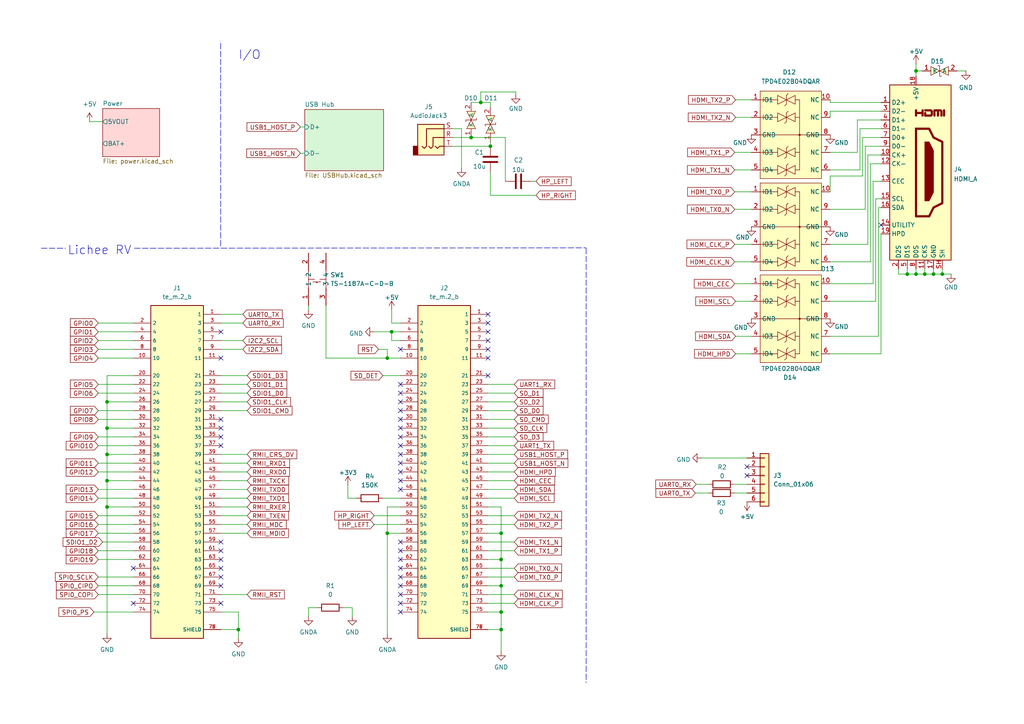
<source format=kicad_sch>
(kicad_sch (version 20211123) (generator eeschema)
  (paper "A4")
  (title_block (title "Lichee RV motherboard") (date "2023-02-27") (rev "0.1") (company "xamuel.xyz") (comment 1 "Designed by: Samuel MG"))
  (lib_symbols
    (symbol "+5V_1" (power) (pin_names (offset 0))
      (property "Value" "+5V_1" (at 0 3.556 0))
      (symbol "+5V_1_1_1"
        (pin power_in line (at 0 0 90) (length 0) hide (name "+5V") (number "1"))
      )
    )
    (symbol "Connector:AudioJack3"
      (property "Reference" "J" (at 0 8.89 0))
      (property "Value" "AudioJack3" (at 0 6.35 0))
      (symbol "AudioJack3_1_1"
        (pin passive line (at 5.08 0 180) (length 2.54) (name "~") (number "R"))
        (pin passive line (at 5.08 2.54 180) (length 2.54) (name "~") (number "S"))
        (pin passive line (at 5.08 -2.54 180) (length 2.54) (name "~") (number "T"))
      )
    )
    (symbol "Connector:HDMI_A"
      (property "Reference" "J" (at -6.35 26.67 0))
      (property "Value" "HDMI_A" (at 10.16 26.67 0))
      (symbol "HDMI_A_1_1"
        (pin passive line (at -10.16 20.32 0) (length 2.54) (name "D2+") (number "1"))
        (pin passive line (at -10.16 5.08 0) (length 2.54) (name "CK+") (number "10"))
        (pin power_in line (at 2.54 -27.94 90) (length 2.54) (name "CKS") (number "11"))
        (pin passive line (at -10.16 2.54 0) (length 2.54) (name "CK-") (number "12"))
        (pin bidirectional line (at -10.16 -2.54 0) (length 2.54) (name "CEC") (number "13"))
        (pin passive line (at -10.16 -15.24 0) (length 2.54) (name "UTILITY") (number "14"))
        (pin passive line (at -10.16 -7.62 0) (length 2.54) (name "SCL") (number "15"))
        (pin bidirectional line (at -10.16 -10.16 0) (length 2.54) (name "SDA") (number "16"))
        (pin power_in line (at 5.08 -27.94 90) (length 2.54) (name "GND") (number "17"))
        (pin power_in line (at 0 27.94 270) (length 2.54) (name "+5V") (number "18"))
        (pin passive line (at -10.16 -17.78 0) (length 2.54) (name "HPD") (number "19"))
        (pin power_in line (at -5.08 -27.94 90) (length 2.54) (name "D2S") (number "2"))
        (pin passive line (at -10.16 17.78 0) (length 2.54) (name "D2-") (number "3"))
        (pin passive line (at -10.16 15.24 0) (length 2.54) (name "D1+") (number "4"))
        (pin power_in line (at -2.54 -27.94 90) (length 2.54) (name "D1S") (number "5"))
        (pin passive line (at -10.16 12.7 0) (length 2.54) (name "D1-") (number "6"))
        (pin passive line (at -10.16 10.16 0) (length 2.54) (name "D0+") (number "7"))
        (pin power_in line (at 0 -27.94 90) (length 2.54) (name "D0S") (number "8"))
        (pin passive line (at -10.16 7.62 0) (length 2.54) (name "D0-") (number "9"))
        (pin passive line (at 7.62 -27.94 90) (length 2.54) (name "SH") (number "SH"))
      )
    )
    (symbol "Connector_Generic:Conn_01x06" (pin_names (offset 1.016) hide)
      (property "Reference" "J" (at 0 7.62 0))
      (property "Value" "Conn_01x06" (at 0 -10.16 0))
      (symbol "Conn_01x06_1_1"
        (pin passive line (at -5.08 5.08 0) (length 3.81) (name "Pin_1") (number "1"))
        (pin passive line (at -5.08 2.54 0) (length 3.81) (name "Pin_2") (number "2"))
        (pin passive line (at -5.08 0 0) (length 3.81) (name "Pin_3") (number "3"))
        (pin passive line (at -5.08 -2.54 0) (length 3.81) (name "Pin_4") (number "4"))
        (pin passive line (at -5.08 -5.08 0) (length 3.81) (name "Pin_5") (number "5"))
        (pin passive line (at -5.08 -7.62 0) (length 3.81) (name "Pin_6") (number "6"))
      )
    )
    (symbol "Device:C" (pin_numbers hide) (pin_names (offset 0.254))
      (property "Reference" "C" (at 0.635 2.54 0))
      (property "Value" "C" (at 0.635 -2.54 0))
      (symbol "C_1_1"
        (pin passive line (at 0 3.81 270) (length 2.794) (name "~") (number "1"))
        (pin passive line (at 0 -3.81 90) (length 2.794) (name "~") (number "2"))
      )
    )
    (symbol "Device:R" (pin_numbers hide) (pin_names (offset 0))
      (property "Reference" "R" (at 2.032 0 90))
      (property "Value" "R" (at 0 0 90))
      (symbol "R_1_1"
        (pin passive line (at 0 3.81 270) (length 1.27) (name "~") (number "1"))
        (pin passive line (at 0 -3.81 90) (length 1.27) (name "~") (number "2"))
      )
    )
    (symbol "GND_1" (power) (pin_names (offset 0))
      (property "Value" "GND_1" (at 0 -3.81 0))
      (symbol "GND_1_1_1"
        (pin power_in line (at 0 0 270) (length 0) hide (name "GND") (number "1"))
      )
    )
    (symbol "GND_2" (power) (pin_names (offset 0))
      (property "Value" "GND_2" (at 0 -3.81 0))
      (symbol "GND_2_1_1"
        (pin power_in line (at 0 0 270) (length 0) hide (name "GND") (number "1"))
      )
    )
    (symbol "GND_3" (power) (pin_names (offset 0))
      (property "Value" "GND_3" (at 0 -3.81 0))
      (symbol "GND_3_1_1"
        (pin power_in line (at 0 0 270) (length 0) hide (name "GND") (number "1"))
      )
    )
    (symbol "GND_4" (power) (pin_names (offset 0))
      (property "Value" "GND_4" (at 0 -3.81 0))
      (symbol "GND_4_1_1"
        (pin power_in line (at 0 0 270) (length 0) hide (name "GND") (number "1"))
      )
    )
    (symbol "lcsc:GBLC08C-LF-T7"
      (property "Reference" "D" (at 0 5.08 0))
      (property "Value" "GBLC08C-LF-T7" (at 0 -5.08 0))
      (symbol "GBLC08C-LF-T7_0_1"
        (pin unspecified line (at -5.08 0 0) (length 2.54) (name "K") (number "1"))
        (pin unspecified line (at 5.08 0 180) (length 2.54) (name "A") (number "2"))
      )
    )
    (symbol "lcsc:TPD4E02B04DQAR"
      (property "Reference" "D" (at 0 15.24 0))
      (property "Value" "TPD4E02B04DQAR" (at 0 -15.24 0))
      (symbol "TPD4E02B04DQAR_0_1"
        (pin unspecified line (at -12.7 10.16 0) (length 2.54) (name "IO1") (number "1"))
        (pin unspecified line (at 10.16 10.16 180) (length 2.54) (name "NC") (number "10"))
        (pin unspecified line (at -12.7 5.08 0) (length 2.54) (name "IO2") (number "2"))
        (pin unspecified line (at -12.7 0 0) (length 2.54) (name "GND") (number "3"))
        (pin unspecified line (at -12.7 -5.08 0) (length 2.54) (name "IO3") (number "4"))
        (pin unspecified line (at -12.7 -10.16 0) (length 2.54) (name "IO4") (number "5"))
        (pin unspecified line (at 10.16 -10.16 180) (length 2.54) (name "NC") (number "6"))
        (pin unspecified line (at 10.16 -5.08 180) (length 2.54) (name "NC") (number "7"))
        (pin unspecified line (at 10.16 0 180) (length 2.54) (name "GND") (number "8"))
        (pin unspecified line (at 10.16 5.08 180) (length 2.54) (name "NC") (number "9"))
      )
    )
    (symbol "lcsc:TS-1187A-C-D-B"
      (property "Reference" "SW" (at 0 7.62 0))
      (property "Value" "TS-1187A-C-D-B" (at 0 -7.62 0))
      (symbol "TS-1187A-C-D-B_0_1"
        (pin unspecified line (at -7.62 2.54 0) (length 5.08) (name "1") (number "1"))
        (pin unspecified line (at 7.62 2.54 180) (length 5.08) (name "2") (number "2"))
        (pin unspecified line (at -7.62 -2.54 0) (length 5.08) (name "3") (number "3"))
        (pin unspecified line (at 7.62 -2.54 180) (length 5.08) (name "4") (number "4"))
      )
    )
    (symbol "power:+3.3V" (power) (pin_names (offset 0))
      (property "Value" "+3.3V" (at 0 3.556 0))
      (symbol "+3.3V_1_1"
        (pin power_in line (at 0 0 90) (length 0) hide (name "+3V3") (number "1"))
      )
    )
    (symbol "power:+5V" (power) (pin_names (offset 0))
      (property "Value" "+5V" (at 0 3.556 0))
      (symbol "+5V_1_1"
        (pin power_in line (at 0 0 90) (length 0) hide (name "+5V") (number "1"))
      )
    )
    (symbol "power:GND" (power) (pin_names (offset 0))
      (property "Value" "GND" (at 0 -3.81 0))
      (symbol "GND_1_1"
        (pin power_in line (at 0 0 270) (length 0) hide (name "GND") (number "1"))
      )
    )
    (symbol "power:GNDA" (power) (pin_names (offset 0))
      (property "Value" "GNDA" (at 0 -3.81 0))
      (symbol "GNDA_1_1"
        (pin power_in line (at 0 0 270) (length 0) hide (name "GNDA") (number "1"))
      )
    )
    (symbol "riklib:te_m.2_b"
      (property "Reference" "J2" (at 0 59.69 0))
      (property "Value" "te_m.2_b" (at 0 57.15 0))
      (symbol "te_m.2_b_0_0"
        (pin passive line (at -12.7 52.07 0) (length 5.08) (name "1") (number "1"))
        (pin passive line (at 12.7 39.37 180) (length 5.08) (name "10") (number "10"))
        (pin passive line (at -12.7 39.37 0) (length 5.08) (name "11") (number "11"))
        (pin passive line (at 12.7 49.53 180) (length 5.08) (name "2") (number "2"))
        (pin passive line (at 12.7 34.29 180) (length 5.08) (name "20") (number "20"))
        (pin passive line (at -12.7 34.29 0) (length 5.08) (name "21") (number "21"))
        (pin passive line (at 12.7 31.75 180) (length 5.08) (name "22") (number "22"))
        (pin passive line (at -12.7 31.75 0) (length 5.08) (name "23") (number "23"))
        (pin passive line (at 12.7 29.21 180) (length 5.08) (name "24") (number "24"))
        (pin passive line (at -12.7 29.21 0) (length 5.08) (name "25") (number "25"))
        (pin passive line (at 12.7 26.67 180) (length 5.08) (name "26") (number "26"))
        (pin passive line (at -12.7 26.67 0) (length 5.08) (name "27") (number "27"))
        (pin passive line (at 12.7 24.13 180) (length 5.08) (name "28") (number "28"))
        (pin passive line (at -12.7 24.13 0) (length 5.08) (name "29") (number "29"))
        (pin passive line (at -12.7 49.53 0) (length 5.08) (name "3") (number "3"))
        (pin passive line (at 12.7 21.59 180) (length 5.08) (name "30") (number "30"))
        (pin passive line (at -12.7 21.59 0) (length 5.08) (name "31") (number "31"))
        (pin passive line (at 12.7 19.05 180) (length 5.08) (name "32") (number "32"))
        (pin passive line (at -12.7 19.05 0) (length 5.08) (name "33") (number "33"))
        (pin passive line (at 12.7 16.51 180) (length 5.08) (name "34") (number "34"))
        (pin passive line (at -12.7 16.51 0) (length 5.08) (name "35") (number "35"))
        (pin passive line (at 12.7 13.97 180) (length 5.08) (name "36") (number "36"))
        (pin passive line (at -12.7 13.97 0) (length 5.08) (name "37") (number "37"))
        (pin passive line (at 12.7 11.43 180) (length 5.08) (name "38") (number "38"))
        (pin passive line (at -12.7 11.43 0) (length 5.08) (name "39") (number "39"))
        (pin passive line (at 12.7 46.99 180) (length 5.08) (name "4") (number "4"))
        (pin passive line (at 12.7 8.89 180) (length 5.08) (name "40") (number "40"))
        (pin passive line (at -12.7 8.89 0) (length 5.08) (name "41") (number "41"))
        (pin passive line (at 12.7 6.35 180) (length 5.08) (name "42") (number "42"))
        (pin passive line (at -12.7 6.35 0) (length 5.08) (name "43") (number "43"))
        (pin passive line (at 12.7 3.81 180) (length 5.08) (name "44") (number "44"))
        (pin passive line (at -12.7 3.81 0) (length 5.08) (name "45") (number "45"))
        (pin passive line (at 12.7 1.27 180) (length 5.08) (name "46") (number "46"))
        (pin passive line (at -12.7 1.27 0) (length 5.08) (name "47") (number "47"))
        (pin passive line (at 12.7 -1.27 180) (length 5.08) (name "48") (number "48"))
        (pin passive line (at -12.7 -1.27 0) (length 5.08) (name "49") (number "49"))
        (pin passive line (at -12.7 46.99 0) (length 5.08) (name "5") (number "5"))
        (pin passive line (at 12.7 -3.81 180) (length 5.08) (name "50") (number "50"))
        (pin passive line (at -12.7 -3.81 0) (length 5.08) (name "51") (number "51"))
        (pin passive line (at 12.7 -6.35 180) (length 5.08) (name "52") (number "52"))
        (pin passive line (at -12.7 -6.35 0) (length 5.08) (name "53") (number "53"))
        (pin passive line (at 12.7 -8.89 180) (length 5.08) (name "54") (number "54"))
        (pin passive line (at -12.7 -8.89 0) (length 5.08) (name "55") (number "55"))
        (pin passive line (at 12.7 -11.43 180) (length 5.08) (name "56") (number "56"))
        (pin passive line (at -12.7 -11.43 0) (length 5.08) (name "57") (number "57"))
        (pin passive line (at 12.7 -13.97 180) (length 5.08) (name "58") (number "58"))
        (pin passive line (at -12.7 -13.97 0) (length 5.08) (name "59") (number "59"))
        (pin passive line (at 12.7 44.45 180) (length 5.08) (name "6") (number "6"))
        (pin passive line (at 12.7 -16.51 180) (length 5.08) (name "60") (number "60"))
        (pin passive line (at -12.7 -16.51 0) (length 5.08) (name "61") (number "61"))
        (pin passive line (at 12.7 -19.05 180) (length 5.08) (name "62") (number "62"))
        (pin passive line (at -12.7 -19.05 0) (length 5.08) (name "63") (number "63"))
        (pin passive line (at 12.7 -21.59 180) (length 5.08) (name "64") (number "64"))
        (pin passive line (at -12.7 -21.59 0) (length 5.08) (name "65") (number "65"))
        (pin passive line (at 12.7 -24.13 180) (length 5.08) (name "66") (number "66"))
        (pin passive line (at -12.7 -24.13 0) (length 5.08) (name "67") (number "67"))
        (pin passive line (at 12.7 -26.67 180) (length 5.08) (name "68") (number "68"))
        (pin passive line (at -12.7 -26.67 0) (length 5.08) (name "69") (number "69"))
        (pin passive line (at -12.7 44.45 0) (length 5.08) (name "7") (number "7"))
        (pin passive line (at 12.7 -29.21 180) (length 5.08) (name "70") (number "70"))
        (pin passive line (at -12.7 -29.21 0) (length 5.08) (name "71") (number "71"))
        (pin passive line (at 12.7 -31.75 180) (length 5.08) (name "72") (number "72"))
        (pin passive line (at -12.7 -31.75 0) (length 5.08) (name "73") (number "73"))
        (pin passive line (at 12.7 -34.29 180) (length 5.08) (name "74") (number "74"))
        (pin passive line (at -12.7 -34.29 0) (length 5.08) (name "75") (number "75"))
        (pin passive line (at -12.7 -39.37 0) (length 5.08) (name "SHIELD") (number "76"))
        (pin passive line (at -12.7 -39.37 0) (length 5.08) (name "SHIELD") (number "77"))
        (pin passive line (at 12.7 41.91 180) (length 5.08) (name "8") (number "8"))
        (pin passive line (at -12.7 41.91 0) (length 5.08) (name "9") (number "9"))
      )
    )
    (symbol "te_m.2_b_1"
      (property "Reference" "J1" (at 0 59.69 0))
      (property "Value" "te_m.2_b" (at 0 57.15 0))
      (symbol "te_m.2_b_1_0_0"
        (pin passive line (at -12.7 52.07 0) (length 5.08) (name "1") (number "1"))
        (pin passive line (at 12.7 39.37 180) (length 5.08) (name "10") (number "10"))
        (pin passive line (at -12.7 39.37 0) (length 5.08) (name "11") (number "11"))
        (pin passive line (at 12.7 49.53 180) (length 5.08) (name "2") (number "2"))
        (pin passive line (at 12.7 34.29 180) (length 5.08) (name "20") (number "20"))
        (pin passive line (at -12.7 34.29 0) (length 5.08) (name "21") (number "21"))
        (pin passive line (at 12.7 31.75 180) (length 5.08) (name "22") (number "22"))
        (pin passive line (at -12.7 31.75 0) (length 5.08) (name "23") (number "23"))
        (pin passive line (at 12.7 29.21 180) (length 5.08) (name "24") (number "24"))
        (pin passive line (at -12.7 29.21 0) (length 5.08) (name "25") (number "25"))
        (pin passive line (at 12.7 26.67 180) (length 5.08) (name "26") (number "26"))
        (pin passive line (at -12.7 26.67 0) (length 5.08) (name "27") (number "27"))
        (pin passive line (at 12.7 24.13 180) (length 5.08) (name "28") (number "28"))
        (pin passive line (at -12.7 24.13 0) (length 5.08) (name "29") (number "29"))
        (pin passive line (at -12.7 49.53 0) (length 5.08) (name "3") (number "3"))
        (pin passive line (at 12.7 21.59 180) (length 5.08) (name "30") (number "30"))
        (pin passive line (at -12.7 21.59 0) (length 5.08) (name "31") (number "31"))
        (pin passive line (at 12.7 19.05 180) (length 5.08) (name "32") (number "32"))
        (pin passive line (at -12.7 19.05 0) (length 5.08) (name "33") (number "33"))
        (pin passive line (at 12.7 16.51 180) (length 5.08) (name "34") (number "34"))
        (pin passive line (at -12.7 16.51 0) (length 5.08) (name "35") (number "35"))
        (pin passive line (at 12.7 13.97 180) (length 5.08) (name "36") (number "36"))
        (pin passive line (at -12.7 13.97 0) (length 5.08) (name "37") (number "37"))
        (pin passive line (at 12.7 11.43 180) (length 5.08) (name "38") (number "38"))
        (pin passive line (at -12.7 11.43 0) (length 5.08) (name "39") (number "39"))
        (pin passive line (at 12.7 46.99 180) (length 5.08) (name "4") (number "4"))
        (pin passive line (at 12.7 8.89 180) (length 5.08) (name "40") (number "40"))
        (pin passive line (at -12.7 8.89 0) (length 5.08) (name "41") (number "41"))
        (pin passive line (at 12.7 6.35 180) (length 5.08) (name "42") (number "42"))
        (pin passive line (at -12.7 6.35 0) (length 5.08) (name "43") (number "43"))
        (pin passive line (at 12.7 3.81 180) (length 5.08) (name "44") (number "44"))
        (pin passive line (at -12.7 3.81 0) (length 5.08) (name "45") (number "45"))
        (pin passive line (at 12.7 1.27 180) (length 5.08) (name "46") (number "46"))
        (pin passive line (at -12.7 1.27 0) (length 5.08) (name "47") (number "47"))
        (pin passive line (at 12.7 -1.27 180) (length 5.08) (name "48") (number "48"))
        (pin passive line (at -12.7 -1.27 0) (length 5.08) (name "49") (number "49"))
        (pin passive line (at -12.7 46.99 0) (length 5.08) (name "5") (number "5"))
        (pin passive line (at 12.7 -3.81 180) (length 5.08) (name "50") (number "50"))
        (pin passive line (at -12.7 -3.81 0) (length 5.08) (name "51") (number "51"))
        (pin passive line (at 12.7 -6.35 180) (length 5.08) (name "52") (number "52"))
        (pin passive line (at -12.7 -6.35 0) (length 5.08) (name "53") (number "53"))
        (pin passive line (at 12.7 -8.89 180) (length 5.08) (name "54") (number "54"))
        (pin passive line (at -12.7 -8.89 0) (length 5.08) (name "55") (number "55"))
        (pin passive line (at 12.7 -11.43 180) (length 5.08) (name "56") (number "56"))
        (pin passive line (at -12.7 -11.43 0) (length 5.08) (name "57") (number "57"))
        (pin passive line (at 12.7 -13.97 180) (length 5.08) (name "58") (number "58"))
        (pin passive line (at -12.7 -13.97 0) (length 5.08) (name "59") (number "59"))
        (pin passive line (at 12.7 44.45 180) (length 5.08) (name "6") (number "6"))
        (pin passive line (at 12.7 -16.51 180) (length 5.08) (name "60") (number "60"))
        (pin passive line (at -12.7 -16.51 0) (length 5.08) (name "61") (number "61"))
        (pin passive line (at 12.7 -19.05 180) (length 5.08) (name "62") (number "62"))
        (pin passive line (at -12.7 -19.05 0) (length 5.08) (name "63") (number "63"))
        (pin passive line (at 12.7 -21.59 180) (length 5.08) (name "64") (number "64"))
        (pin passive line (at -12.7 -21.59 0) (length 5.08) (name "65") (number "65"))
        (pin passive line (at 12.7 -24.13 180) (length 5.08) (name "66") (number "66"))
        (pin passive line (at -12.7 -24.13 0) (length 5.08) (name "67") (number "67"))
        (pin passive line (at 12.7 -26.67 180) (length 5.08) (name "68") (number "68"))
        (pin passive line (at -12.7 -26.67 0) (length 5.08) (name "69") (number "69"))
        (pin passive line (at -12.7 44.45 0) (length 5.08) (name "7") (number "7"))
        (pin passive line (at 12.7 -29.21 180) (length 5.08) (name "70") (number "70"))
        (pin passive line (at -12.7 -29.21 0) (length 5.08) (name "71") (number "71"))
        (pin passive line (at 12.7 -31.75 180) (length 5.08) (name "72") (number "72"))
        (pin passive line (at -12.7 -31.75 0) (length 5.08) (name "73") (number "73"))
        (pin passive line (at 12.7 -34.29 180) (length 5.08) (name "74") (number "74"))
        (pin passive line (at -12.7 -34.29 0) (length 5.08) (name "75") (number "75"))
        (pin passive line (at -12.7 -39.37 0) (length 5.08) (name "SHIELD") (number "76"))
        (pin passive line (at -12.7 -39.37 0) (length 5.08) (name "SHIELD") (number "77"))
        (pin passive line (at 12.7 41.91 180) (length 5.08) (name "8") (number "8"))
        (pin passive line (at -12.7 41.91 0) (length 5.08) (name "9") (number "9"))
      )
    )
  )
  (junction (at 145.35 169.9))
  (junction (at 112.33 154.66))
  (junction (at 145.35 162.28))
  (junction (at 69.15 182.6))
  (junction (at 31.05 124.18))
  (junction (at 142.24 42.418))
  (junction (at 136.652 39.878))
  (junction (at 31.05 131.8))
  (junction (at 265.684 20.574))
  (junction (at 265.684 79.502))
  (junction (at 263.144 79.502))
  (junction (at 145.35 182.6))
  (junction (at 139.446 29.718))
  (junction (at 113.6 96.24))
  (junction (at 145.35 177.52))
  (junction (at 31.05 116.56))
  (junction (at 273.304 79.502))
  (junction (at 31.05 139.42))
  (junction (at 112.33 103.86))
  (junction (at 145.35 154.66))
  (junction (at 31.05 147.04))
  (junction (at 270.764 79.502))
  (junction (at 268.224 79.502))
  (no_connect (at 38.67 164.82))
  (no_connect (at 116.14 124.18))
  (no_connect (at 64.07 159.74))
  (no_connect (at 116.14 162.28))
  (no_connect (at 64.07 157.2))
  (no_connect (at 64.07 129.26))
  (no_connect (at 141.54 108.94))
  (no_connect (at 116.14 111.48))
  (no_connect (at 64.07 174.98))
  (no_connect (at 116.14 172.44))
  (no_connect (at 116.14 157.2))
  (no_connect (at 64.07 126.72))
  (no_connect (at 141.54 96.24))
  (no_connect (at 216.662 135.382))
  (no_connect (at 64.07 167.36))
  (no_connect (at 64.07 124.18))
  (no_connect (at 141.54 91.16))
  (no_connect (at 64.07 121.64))
  (no_connect (at 64.07 103.86))
  (no_connect (at 116.14 159.74))
  (no_connect (at 116.14 119.1))
  (no_connect (at 116.14 131.8))
  (no_connect (at 141.54 103.86))
  (no_connect (at 116.14 121.64))
  (no_connect (at 116.14 169.9))
  (no_connect (at 141.54 98.78))
  (no_connect (at 216.662 137.922))
  (no_connect (at 255.524 65.278))
  (no_connect (at 141.54 101.32))
  (no_connect (at 64.07 96.24))
  (no_connect (at 38.67 174.98))
  (no_connect (at 116.14 164.82))
  (no_connect (at 141.54 93.7))
  (no_connect (at 116.14 116.56))
  (no_connect (at 116.14 174.98))
  (no_connect (at 116.14 141.96))
  (no_connect (at 64.07 162.28))
  (no_connect (at 64.07 164.82))
  (no_connect (at 116.14 129.26))
  (no_connect (at 116.14 136.88))
  (no_connect (at 64.07 169.9))
  (no_connect (at 116.14 177.52))
  (no_connect (at 116.14 114.02))
  (no_connect (at 116.14 139.42))
  (no_connect (at 116.14 167.36))
  (no_connect (at 116.14 101.32))
  (no_connect (at 116.14 134.34))
  (no_connect (at 116.14 126.72))
  (wire (pts (xy 112.33 183.87) (xy 112.33 154.66)))
  (wire (pts (xy 141.54 129.26) (xy 149.16 129.26)))
  (wire (pts (xy 28.51 136.88) (xy 38.67 136.88)))
  (wire (pts (xy 250.19 39.878) (xy 255.524 39.878)))
  (wire (pts (xy 141.54 159.74) (xy 149.16 159.74)))
  (wire (pts (xy 64.07 101.32) (xy 70.42 101.32)))
  (wire (pts (xy 31.05 108.94) (xy 38.67 108.94)))
  (wire (pts (xy 116.14 93.7) (xy 113.6 93.7)))
  (wire (pts (xy 141.54 167.36) (xy 149.16 167.36)))
  (wire (pts (xy 251.714 70.866) (xy 251.714 44.958)))
  (wire (pts (xy 69.15 182.6) (xy 69.15 185.14)))
  (wire (pts (xy 265.684 79.502) (xy 268.224 79.502)))
  (wire (pts (xy 28.51 144.5) (xy 38.67 144.5)))
  (wire (pts (xy 203.454 132.842) (xy 216.662 132.842)))
  (wire (pts (xy 64.07 93.7) (xy 70.42 93.7)))
  (wire (pts (xy 251.714 44.958) (xy 255.524 44.958)))
  (wire (pts (xy 141.54 162.28) (xy 145.35 162.28)))
  (wire (pts (xy 31.05 124.18) (xy 38.67 124.18)))
  (wire (pts (xy 31.05 147.04) (xy 31.05 139.42)))
  (wire (pts (xy 28.51 141.96) (xy 38.67 141.96)))
  (wire (pts (xy 270.764 77.978) (xy 270.764 79.502)))
  (wire (pts (xy 113.6 98.78) (xy 113.6 96.24)))
  (wire (pts (xy 213.106 140.462) (xy 216.662 140.462)))
  (wire (pts (xy 28.51 167.36) (xy 38.67 167.36)))
  (wire (pts (xy 64.07 98.78) (xy 70.42 98.78)))
  (wire (pts (xy 31.05 124.18) (xy 31.05 116.56)))
  (wire (pts (xy 265.684 79.502) (xy 265.684 77.978)))
  (wire (pts (xy 268.224 79.502) (xy 270.764 79.502)))
  (wire (pts (xy 213.106 82.296) (xy 217.932 82.296)))
  (wire (pts (xy 240.792 82.296) (xy 253.238 82.296)))
  (wire (pts (xy 255.524 57.658) (xy 254 57.658)))
  (wire (pts (xy 213.106 143.002) (xy 216.662 143.002)))
  (wire (pts (xy 260.604 79.502) (xy 263.144 79.502)))
  (wire (pts (xy 265.684 20.574) (xy 265.684 22.098)))
  (wire (pts (xy 260.604 79.502) (xy 260.604 77.978)))
  (wire (pts (xy 141.54 182.6) (xy 145.35 182.6)))
  (wire (pts (xy 249.428 49.276) (xy 249.428 37.338)))
  (wire (pts (xy 141.54 111.48) (xy 149.16 111.48)))
  (wire (pts (xy 240.792 29.718) (xy 255.524 29.718)))
  (wire (pts (xy 240.792 60.706) (xy 250.952 60.706)))
  (wire (pts (xy 31.05 131.8) (xy 31.05 124.18)))
  (wire (pts (xy 146.558 39.878) (xy 146.558 52.578)))
  (wire (pts (xy 28.51 172.44) (xy 38.67 172.44)))
  (wire (pts (xy 141.54 141.96) (xy 149.16 141.96)))
  (wire (pts (xy 141.54 152.12) (xy 149.16 152.12)))
  (wire (pts (xy 240.792 55.626) (xy 240.792 51.054)))
  (wire (pts (xy 99.63 176.25) (xy 102.17 176.25)))
  (wire (pts (xy 64.07 116.56) (xy 71.69 116.56)))
  (wire (pts (xy 141.54 134.34) (xy 149.16 134.34)))
  (wire (pts (xy 108.52 149.58) (xy 116.14 149.58)))
  (wire (pts (xy 141.54 116.56) (xy 149.16 116.56)))
  (wire (pts (xy 145.35 177.52) (xy 141.54 177.52)))
  (wire (pts (xy 25.97 35.28) (xy 29.78 35.28)))
  (wire (pts (xy 31.05 116.56) (xy 31.05 108.94)))
  (wire (pts (xy 112.33 154.66) (xy 112.33 147.04)))
  (wire (pts (xy 213.106 55.626) (xy 217.932 55.626)))
  (wire (pts (xy 64.07 141.96) (xy 71.69 141.96)))
  (wire (pts (xy 141.54 149.58) (xy 149.16 149.58)))
  (wire (pts (xy 31.05 183.87) (xy 31.05 147.04)))
  (wire (pts (xy 240.792 29.718) (xy 240.792 28.956)))
  (wire (pts (xy 28.51 149.58) (xy 38.67 149.58)))
  (wire (pts (xy 142.24 29.718) (xy 142.24 30.988)))
  (wire (pts (xy 28.51 114.02) (xy 38.67 114.02)))
  (wire (pts (xy 254.762 97.536) (xy 254.762 60.198)))
  (wire (pts (xy 240.792 32.258) (xy 255.524 32.258)))
  (wire (pts (xy 89.47 176.25) (xy 89.47 178.79)))
  (wire (pts (xy 131.318 39.878) (xy 136.652 39.878)))
  (wire (pts (xy 142.24 50.038) (xy 142.24 56.642)))
  (wire (pts (xy 145.35 169.9) (xy 145.35 177.52)))
  (polyline (pts (xy 64.008 71.374) (xy 64.008 11.938)))
  (wire (pts (xy 111.06 144.5) (xy 116.14 144.5)))
  (wire (pts (xy 64.07 131.8) (xy 71.69 131.8)))
  (wire (pts (xy 64.07 172.44) (xy 71.69 172.44)))
  (wire (pts (xy 28.51 93.7) (xy 38.67 93.7)))
  (wire (pts (xy 31.05 116.56) (xy 38.67 116.56)))
  (wire (pts (xy 141.54 147.04) (xy 145.35 147.04)))
  (polyline (pts (xy 170 72) (xy 170 198)))
  (wire (pts (xy 100.9 140.69) (xy 100.9 144.5)))
  (wire (pts (xy 263.144 79.502) (xy 263.144 77.978)))
  (wire (pts (xy 141.54 121.64) (xy 149.16 121.64)))
  (wire (pts (xy 94.55 103.86) (xy 94.55 88.62)))
  (wire (pts (xy 142.24 56.642) (xy 155.448 56.642)))
  (wire (pts (xy 136.652 39.878) (xy 146.558 39.878)))
  (wire (pts (xy 145.35 182.6) (xy 145.35 177.52)))
  (wire (pts (xy 141.54 164.82) (xy 149.16 164.82)))
  (wire (pts (xy 29.78 157.2) (xy 38.67 157.2)))
  (wire (pts (xy 280.162 20.574) (xy 277.622 20.574)))
  (wire (pts (xy 141.54 126.72) (xy 149.16 126.72)))
  (wire (pts (xy 28.51 159.74) (xy 38.67 159.74)))
  (wire (pts (xy 141.54 139.42) (xy 149.16 139.42)))
  (wire (pts (xy 89.47 88.62) (xy 89.47 89.89)))
  (wire (pts (xy 141.54 119.1) (xy 149.16 119.1)))
  (wire (pts (xy 249.428 37.338) (xy 255.524 37.338)))
  (wire (pts (xy 28.51 121.64) (xy 38.67 121.64)))
  (wire (pts (xy 253.238 82.296) (xy 253.238 52.578)))
  (wire (pts (xy 133.858 37.338) (xy 133.858 48.768)))
  (wire (pts (xy 255.524 102.616) (xy 240.792 102.616)))
  (wire (pts (xy 87.122 44.45) (xy 88.392 44.45)))
  (wire (pts (xy 108.52 96.24) (xy 113.6 96.24)))
  (wire (pts (xy 28.51 96.24) (xy 38.67 96.24)))
  (wire (pts (xy 240.792 70.866) (xy 251.714 70.866)))
  (wire (pts (xy 139.446 29.718) (xy 142.24 29.718)))
  (wire (pts (xy 112.33 154.66) (xy 116.14 154.66)))
  (wire (pts (xy 149.606 26.67) (xy 149.606 27.432)))
  (wire (pts (xy 141.54 172.44) (xy 149.16 172.44)))
  (wire (pts (xy 248.666 44.196) (xy 248.666 34.798)))
  (wire (pts (xy 213.36 87.376) (xy 217.932 87.376)))
  (wire (pts (xy 139.446 29.718) (xy 139.446 26.67)))
  (wire (pts (xy 64.07 154.66) (xy 71.69 154.66)))
  (wire (pts (xy 64.07 177.52) (xy 69.15 177.52)))
  (wire (pts (xy 141.54 114.02) (xy 149.16 114.02)))
  (wire (pts (xy 145.35 162.28) (xy 145.35 169.9)))
  (wire (pts (xy 213.106 75.946) (xy 217.932 75.946)))
  (wire (pts (xy 265.684 18.542) (xy 265.684 20.574)))
  (wire (pts (xy 267.462 20.574) (xy 265.684 20.574)))
  (wire (pts (xy 141.54 144.5) (xy 149.16 144.5)))
  (wire (pts (xy 252.476 47.498) (xy 252.476 75.946)))
  (wire (pts (xy 28.51 101.32) (xy 38.67 101.32)))
  (wire (pts (xy 213.36 102.616) (xy 217.932 102.616)))
  (wire (pts (xy 213.106 70.866) (xy 217.932 70.866)))
  (wire (pts (xy 31.05 131.8) (xy 38.67 131.8)))
  (wire (pts (xy 64.07 139.42) (xy 71.69 139.42)))
  (wire (pts (xy 64.07 149.58) (xy 71.69 149.58)))
  (wire (pts (xy 273.304 79.502) (xy 275.844 79.502)))
  (wire (pts (xy 64.07 108.94) (xy 71.69 108.94)))
  (wire (pts (xy 240.792 32.258) (xy 240.792 34.036)))
  (wire (pts (xy 213.36 28.956) (xy 217.932 28.956)))
  (wire (pts (xy 116.14 98.78) (xy 113.6 98.78)))
  (wire (pts (xy 64.07 182.6) (xy 69.15 182.6)))
  (wire (pts (xy 141.54 124.18) (xy 149.16 124.18)))
  (wire (pts (xy 250.952 42.418) (xy 255.524 42.418)))
  (wire (pts (xy 250.952 60.706) (xy 250.952 42.418)))
  (wire (pts (xy 64.07 134.34) (xy 71.69 134.34)))
  (wire (pts (xy 254 87.376) (xy 240.792 87.376)))
  (wire (pts (xy 141.54 154.66) (xy 145.35 154.66)))
  (wire (pts (xy 248.666 34.798) (xy 255.524 34.798)))
  (wire (pts (xy 201.93 140.462) (xy 205.486 140.462)))
  (wire (pts (xy 113.6 93.7) (xy 113.6 89.89)))
  (wire (pts (xy 64.07 111.48) (xy 71.69 111.48)))
  (wire (pts (xy 113.6 96.24) (xy 116.14 96.24)))
  (wire (pts (xy 28.51 152.12) (xy 38.67 152.12)))
  (wire (pts (xy 102.17 178.79) (xy 102.17 176.25)))
  (wire (pts (xy 64.07 147.04) (xy 71.69 147.04)))
  (wire (pts (xy 141.54 131.8) (xy 149.16 131.8)))
  (wire (pts (xy 154.178 52.578) (xy 155.448 52.578)))
  (polyline (pts (xy 12 72) (xy 19 72)))
  (wire (pts (xy 64.07 144.5) (xy 71.69 144.5)))
  (wire (pts (xy 139.446 26.67) (xy 149.606 26.67)))
  (wire (pts (xy 141.54 174.98) (xy 149.16 174.98)))
  (wire (pts (xy 28.51 162.28) (xy 38.67 162.28)))
  (wire (pts (xy 240.792 97.536) (xy 254.762 97.536)))
  (wire (pts (xy 87.122 36.83) (xy 88.392 36.83)))
  (wire (pts (xy 28.51 103.86) (xy 38.67 103.86)))
  (wire (pts (xy 268.224 79.502) (xy 268.224 77.978)))
  (wire (pts (xy 27.24 177.52) (xy 38.67 177.52)))
  (wire (pts (xy 141.54 136.88) (xy 149.16 136.88)))
  (wire (pts (xy 240.792 49.276) (xy 249.428 49.276)))
  (wire (pts (xy 28.51 154.66) (xy 38.67 154.66)))
  (wire (pts (xy 131.318 42.418) (xy 142.24 42.418)))
  (wire (pts (xy 136.652 29.718) (xy 139.446 29.718)))
  (wire (pts (xy 142.24 41.148) (xy 142.24 42.418)))
  (wire (pts (xy 112.33 147.04) (xy 116.14 147.04)))
  (wire (pts (xy 201.676 143.002) (xy 205.486 143.002)))
  (wire (pts (xy 145.35 147.04) (xy 145.35 154.66)))
  (wire (pts (xy 31.05 139.42) (xy 38.67 139.42)))
  (wire (pts (xy 28.51 126.72) (xy 38.67 126.72)))
  (wire (pts (xy 64.07 136.88) (xy 71.69 136.88)))
  (wire (pts (xy 240.792 44.196) (xy 248.666 44.196)))
  (wire (pts (xy 145.35 188.95) (xy 145.35 182.6)))
  (wire (pts (xy 255.524 47.498) (xy 252.476 47.498)))
  (wire (pts (xy 270.764 79.502) (xy 273.304 79.502)))
  (wire (pts (xy 28.51 129.26) (xy 38.67 129.26)))
  (wire (pts (xy 112.33 101.32) (xy 112.33 103.86)))
  (wire (pts (xy 141.54 169.9) (xy 145.35 169.9)))
  (wire (pts (xy 253.238 52.578) (xy 255.524 52.578)))
  (wire (pts (xy 145.35 154.66) (xy 145.35 162.28)))
  (wire (pts (xy 263.144 79.502) (xy 265.684 79.502)))
  (polyline (pts (xy 39 72) (xy 169.926 71.882)))
  (wire (pts (xy 141.54 157.2) (xy 149.16 157.2)))
  (wire (pts (xy 28.51 98.78) (xy 38.67 98.78)))
  (wire (pts (xy 255.524 67.818) (xy 255.524 102.616)))
  (wire (pts (xy 254 57.658) (xy 254 87.376)))
  (wire (pts (xy 213.106 49.276) (xy 217.932 49.276)))
  (wire (pts (xy 64.07 152.12) (xy 71.69 152.12)))
  (wire (pts (xy 250.19 51.054) (xy 250.19 39.878)))
  (wire (pts (xy 100.9 144.5) (xy 103.44 144.5)))
  (wire (pts (xy 94.55 103.86) (xy 112.33 103.86)))
  (wire (pts (xy 28.51 111.48) (xy 38.67 111.48)))
  (wire (pts (xy 213.106 44.196) (xy 217.932 44.196)))
  (wire (pts (xy 273.304 77.978) (xy 273.304 79.502)))
  (wire (pts (xy 112.33 103.86) (xy 116.14 103.86)))
  (wire (pts (xy 240.792 75.946) (xy 252.476 75.946)))
  (wire (pts (xy 64.07 114.02) (xy 71.69 114.02)))
  (wire (pts (xy 92.01 176.25) (xy 89.47 176.25)))
  (wire (pts (xy 240.792 51.054) (xy 250.19 51.054)))
  (wire (pts (xy 131.318 37.338) (xy 133.858 37.338)))
  (wire (pts (xy 64.07 119.1) (xy 71.69 119.1)))
  (wire (pts (xy 213.106 60.706) (xy 217.932 60.706)))
  (wire (pts (xy 28.51 169.9) (xy 38.67 169.9)))
  (wire (pts (xy 31.05 139.42) (xy 31.05 131.8)))
  (wire (pts (xy 31.05 147.04) (xy 38.67 147.04)))
  (wire (pts (xy 111.06 108.94) (xy 116.14 108.94)))
  (wire (pts (xy 213.36 34.036) (xy 217.932 34.036)))
  (wire (pts (xy 254.762 60.198) (xy 255.524 60.198)))
  (wire (pts (xy 108.52 152.12) (xy 116.14 152.12)))
  (wire (pts (xy 64.07 91.16) (xy 70.42 91.16)))
  (wire (pts (xy 69.15 177.52) (xy 69.15 182.6)))
  (wire (pts (xy 213.36 97.536) (xy 217.932 97.536)))
  (wire (pts (xy 28.51 134.34) (xy 38.67 134.34)))
  (wire (pts (xy 28.51 119.1) (xy 38.67 119.1)))
  (wire (pts (xy 109.79 101.32) (xy 112.33 101.32)))
  (text "Lichee RV" (at 19.558 74.168 0) (effects (font (size 2.5 2.5)) (justify left bottom)))
  (text "I/O" (at 69.088 17.526 0) (effects (font (size 2.5 2.5)) (justify left bottom)))
  (global_label "SDIO1_D0" (shape input) (at 71.69 114.02 0) (property "Intersheet References" "${INTERSHEET_REFS}" (effects hide)))
  (global_label "HDMI_HPD" (shape input) (at 149.16 136.88 0) (property "Intersheet References" "${INTERSHEET_REFS}" (effects hide)))
  (global_label "GPIO13" (shape input) (at 28.51 141.96 180) (property "Intersheet References" "${INTERSHEET_REFS}" (effects hide)))
  (global_label "SD_CMD" (shape input) (at 149.16 121.64 0) (property "Intersheet References" "${INTERSHEET_REFS}" (effects hide)))
  (global_label "USB1_HOST_P" (shape input) (at 87.122 36.83 180) (property "Intersheet References" "${INTERSHEET_REFS}" (effects hide)))
  (global_label "SPI0_CIPO" (shape input) (at 28.51 169.9 180) (property "Intersheet References" "${INTERSHEET_REFS}" (effects hide)))
  (global_label "GPIO14" (shape input) (at 28.51 144.5 180) (property "Intersheet References" "${INTERSHEET_REFS}" (effects hide)))
  (global_label "RMII_TXEN" (shape input) (at 71.69 149.58 0) (property "Intersheet References" "${INTERSHEET_REFS}" (effects hide)))
  (global_label "HDMI_TX1_P" (shape input) (at 149.16 159.74 0) (property "Intersheet References" "${INTERSHEET_REFS}" (effects hide)))
  (global_label "GPIO0" (shape input) (at 28.51 93.7 180) (property "Intersheet References" "${INTERSHEET_REFS}" (effects hide)))
  (global_label "SD_D3" (shape input) (at 149.16 126.72 0) (property "Intersheet References" "${INTERSHEET_REFS}" (effects hide)))
  (global_label "SDIO1_D1" (shape input) (at 71.69 111.48 0) (property "Intersheet References" "${INTERSHEET_REFS}" (effects hide)))
  (global_label "GPIO15" (shape input) (at 28.51 149.58 180) (property "Intersheet References" "${INTERSHEET_REFS}" (effects hide)))
  (global_label "RMII_TXD1" (shape input) (at 71.69 144.5 0) (property "Intersheet References" "${INTERSHEET_REFS}" (effects hide)))
  (global_label "GPIO3" (shape input) (at 28.51 101.32 180) (property "Intersheet References" "${INTERSHEET_REFS}" (effects hide)))
  (global_label "RMII_RXER" (shape input) (at 71.69 147.04 0) (property "Intersheet References" "${INTERSHEET_REFS}" (effects hide)))
  (global_label "GPIO11" (shape input) (at 28.51 134.34 180) (property "Intersheet References" "${INTERSHEET_REFS}" (effects hide)))
  (global_label "HP_RIGHT" (shape input) (at 155.448 56.642 0) (property "Intersheet References" "${INTERSHEET_REFS}" (effects hide)))
  (global_label "SD_DET" (shape input) (at 111.06 108.94 180) (property "Intersheet References" "${INTERSHEET_REFS}" (effects hide)))
  (global_label "HDMI_CEC" (shape input) (at 149.16 139.42 0) (property "Intersheet References" "${INTERSHEET_REFS}" (effects hide)))
  (global_label "HDMI_TX0_P" (shape input) (at 149.16 167.36 0) (property "Intersheet References" "${INTERSHEET_REFS}" (effects hide)))
  (global_label "HDMI_TX2_N" (shape input) (at 213.36 34.036 180) (property "Intersheet References" "${INTERSHEET_REFS}" (effects hide)))
  (global_label "GPIO10" (shape input) (at 28.51 129.26 180) (property "Intersheet References" "${INTERSHEET_REFS}" (effects hide)))
  (global_label "GPIO6" (shape input) (at 28.51 114.02 180) (property "Intersheet References" "${INTERSHEET_REFS}" (effects hide)))
  (global_label "HDMI_TX1_N" (shape input) (at 149.16 157.2 0) (property "Intersheet References" "${INTERSHEET_REFS}" (effects hide)))
  (global_label "HDMI_CLK_N" (shape input) (at 149.16 172.44 0) (property "Intersheet References" "${INTERSHEET_REFS}" (effects hide)))
  (global_label "SDIO1_D2" (shape input) (at 29.78 157.2 180) (property "Intersheet References" "${INTERSHEET_REFS}" (effects hide)))
  (global_label "GPIO17" (shape input) (at 28.51 154.66 180) (property "Intersheet References" "${INTERSHEET_REFS}" (effects hide)))
  (global_label "HP_LEFT" (shape input) (at 155.448 52.578 0) (property "Intersheet References" "${INTERSHEET_REFS}" (effects hide)))
  (global_label "HDMI_TX1_P" (shape input) (at 213.106 44.196 180) (property "Intersheet References" "${INTERSHEET_REFS}" (effects hide)))
  (global_label "GPIO2" (shape input) (at 28.51 98.78 180) (property "Intersheet References" "${INTERSHEET_REFS}" (effects hide)))
  (global_label "SD_D2" (shape input) (at 149.16 116.56 0) (property "Intersheet References" "${INTERSHEET_REFS}" (effects hide)))
  (global_label "RMII_CRS_DV" (shape input) (at 71.69 131.8 0) (property "Intersheet References" "${INTERSHEET_REFS}" (effects hide)))
  (global_label "UART0_RX" (shape input) (at 201.93 140.462 180) (property "Intersheet References" "${INTERSHEET_REFS}" (effects hide)))
  (global_label "HDMI_SDA" (shape input) (at 149.16 141.96 0) (property "Intersheet References" "${INTERSHEET_REFS}" (effects hide)))
  (global_label "HDMI_TX0_N" (shape input) (at 149.16 164.82 0) (property "Intersheet References" "${INTERSHEET_REFS}" (effects hide)))
  (global_label "UART0_TX" (shape input) (at 70.42 91.16 0) (property "Intersheet References" "${INTERSHEET_REFS}" (effects hide)))
  (global_label "USB1_HOST_N" (shape input) (at 87.122 44.45 180) (property "Intersheet References" "${INTERSHEET_REFS}" (effects hide)))
  (global_label "I2C2_SCL" (shape input) (at 70.42 98.78 0) (property "Intersheet References" "${INTERSHEET_REFS}" (effects hide)))
  (global_label "GPIO1" (shape input) (at 28.51 96.24 180) (property "Intersheet References" "${INTERSHEET_REFS}" (effects hide)))
  (global_label "HP_RIGHT" (shape input) (at 108.52 149.58 180) (property "Intersheet References" "${INTERSHEET_REFS}" (effects hide)))
  (global_label "USB1_HOST_P" (shape input) (at 149.16 131.8 0) (property "Intersheet References" "${INTERSHEET_REFS}" (effects hide)))
  (global_label "HP_LEFT" (shape input) (at 108.52 152.12 180) (property "Intersheet References" "${INTERSHEET_REFS}" (effects hide)))
  (global_label "GPIO19" (shape input) (at 28.51 162.28 180) (property "Intersheet References" "${INTERSHEET_REFS}" (effects hide)))
  (global_label "GPIO18" (shape input) (at 28.51 159.74 180) (property "Intersheet References" "${INTERSHEET_REFS}" (effects hide)))
  (global_label "SDIO1_CLK" (shape input) (at 71.69 116.56 0) (property "Intersheet References" "${INTERSHEET_REFS}" (effects hide)))
  (global_label "HDMI_CLK_P" (shape input) (at 213.106 70.866 180) (property "Intersheet References" "${INTERSHEET_REFS}" (effects hide)))
  (global_label "RMII_TXCK" (shape input) (at 71.69 139.42 0) (property "Intersheet References" "${INTERSHEET_REFS}" (effects hide)))
  (global_label "GPIO16" (shape input) (at 28.51 152.12 180) (property "Intersheet References" "${INTERSHEET_REFS}" (effects hide)))
  (global_label "UART0_TX" (shape input) (at 201.676 143.002 180) (property "Intersheet References" "${INTERSHEET_REFS}" (effects hide)))
  (global_label "USB1_HOST_N" (shape input) (at 149.16 134.34 0) (property "Intersheet References" "${INTERSHEET_REFS}" (effects hide)))
  (global_label "SD_D1" (shape input) (at 149.16 114.02 0) (property "Intersheet References" "${INTERSHEET_REFS}" (effects hide)))
  (global_label "HDMI_TX2_P" (shape input) (at 149.16 152.12 0) (property "Intersheet References" "${INTERSHEET_REFS}" (effects hide)))
  (global_label "RMII_RST" (shape input) (at 71.69 172.44 0) (property "Intersheet References" "${INTERSHEET_REFS}" (effects hide)))
  (global_label "SDIO1_CMD" (shape input) (at 71.69 119.1 0) (property "Intersheet References" "${INTERSHEET_REFS}" (effects hide)))
  (global_label "RMII_MDIO" (shape input) (at 71.69 154.66 0) (property "Intersheet References" "${INTERSHEET_REFS}" (effects hide)))
  (global_label "HDMI_TX2_N" (shape input) (at 149.16 149.58 0) (property "Intersheet References" "${INTERSHEET_REFS}" (effects hide)))
  (global_label "HDMI_TX1_N" (shape input) (at 213.106 49.276 180) (property "Intersheet References" "${INTERSHEET_REFS}" (effects hide)))
  (global_label "GPIO9" (shape input) (at 28.51 126.72 180) (property "Intersheet References" "${INTERSHEET_REFS}" (effects hide)))
  (global_label "HDMI_CLK_P" (shape input) (at 149.16 174.98 0) (property "Intersheet References" "${INTERSHEET_REFS}" (effects hide)))
  (global_label "SD_CLK" (shape input) (at 149.16 124.18 0) (property "Intersheet References" "${INTERSHEET_REFS}" (effects hide)))
  (global_label "HDMI_HPD" (shape input) (at 213.36 102.616 180) (property "Intersheet References" "${INTERSHEET_REFS}" (effects hide)))
  (global_label "GPIO4" (shape input) (at 28.51 103.86 180) (property "Intersheet References" "${INTERSHEET_REFS}" (effects hide)))
  (global_label "RST" (shape input) (at 109.79 101.32 180) (property "Intersheet References" "${INTERSHEET_REFS}" (effects hide)))
  (global_label "GPIO8" (shape input) (at 28.51 121.64 180) (property "Intersheet References" "${INTERSHEET_REFS}" (effects hide)))
  (global_label "I2C2_SDA" (shape input) (at 70.42 101.32 0) (property "Intersheet References" "${INTERSHEET_REFS}" (effects hide)))
  (global_label "UART1_RX" (shape input) (at 149.16 111.48 0) (property "Intersheet References" "${INTERSHEET_REFS}" (effects hide)))
  (global_label "UART1_TX" (shape input) (at 149.16 129.26 0) (property "Intersheet References" "${INTERSHEET_REFS}" (effects hide)))
  (global_label "GPIO5" (shape input) (at 28.51 111.48 180) (property "Intersheet References" "${INTERSHEET_REFS}" (effects hide)))
  (global_label "RMII_RXD0" (shape input) (at 71.69 136.88 0) (property "Intersheet References" "${INTERSHEET_REFS}" (effects hide)))
  (global_label "HDMI_TX2_P" (shape input) (at 213.36 28.956 180) (property "Intersheet References" "${INTERSHEET_REFS}" (effects hide)))
  (global_label "SPI0_PS" (shape input) (at 27.24 177.52 180) (property "Intersheet References" "${INTERSHEET_REFS}" (effects hide)))
  (global_label "GPIO7" (shape input) (at 28.51 119.1 180) (property "Intersheet References" "${INTERSHEET_REFS}" (effects hide)))
  (global_label "HDMI_TX0_N" (shape input) (at 213.106 60.706 180) (property "Intersheet References" "${INTERSHEET_REFS}" (effects hide)))
  (global_label "HDMI_CEC" (shape input) (at 213.106 82.296 180) (property "Intersheet References" "${INTERSHEET_REFS}" (effects hide)))
  (global_label "RMII_RXD1" (shape input) (at 71.69 134.34 0) (property "Intersheet References" "${INTERSHEET_REFS}" (effects hide)))
  (global_label "HDMI_SCL" (shape input) (at 149.16 144.5 0) (property "Intersheet References" "${INTERSHEET_REFS}" (effects hide)))
  (global_label "UART0_RX" (shape input) (at 70.42 93.7 0) (property "Intersheet References" "${INTERSHEET_REFS}" (effects hide)))
  (global_label "GPIO12" (shape input) (at 28.51 136.88 180) (property "Intersheet References" "${INTERSHEET_REFS}" (effects hide)))
  (global_label "SPI0_SCLK" (shape input) (at 28.51 167.36 180) (property "Intersheet References" "${INTERSHEET_REFS}" (effects hide)))
  (global_label "HDMI_CLK_N" (shape input) (at 213.106 75.946 180) (property "Intersheet References" "${INTERSHEET_REFS}" (effects hide)))
  (global_label "SD_D0" (shape input) (at 149.16 119.1 0) (property "Intersheet References" "${INTERSHEET_REFS}" (effects hide)))
  (global_label "HDMI_SDA" (shape input) (at 213.36 97.536 180) (property "Intersheet References" "${INTERSHEET_REFS}" (effects hide)))
  (global_label "RMII_TXD0" (shape input) (at 71.69 141.96 0) (property "Intersheet References" "${INTERSHEET_REFS}" (effects hide)))
  (global_label "SDIO1_D3" (shape input) (at 71.69 108.94 0) (property "Intersheet References" "${INTERSHEET_REFS}" (effects hide)))
  (global_label "RMII_MDC" (shape input) (at 71.69 152.12 0) (property "Intersheet References" "${INTERSHEET_REFS}" (effects hide)))
  (global_label "HDMI_TX0_P" (shape input) (at 213.106 55.626 180) (property "Intersheet References" "${INTERSHEET_REFS}" (effects hide)))
  (global_label "SPI0_COPI" (shape input) (at 28.51 172.44 180) (property "Intersheet References" "${INTERSHEET_REFS}" (effects hide)))
  (global_label "HDMI_SCL" (shape input) (at 213.36 87.376 180) (property "Intersheet References" "${INTERSHEET_REFS}" (effects hide)))
  (symbol (lib_id "lcsc:TPD4E02B04DQAR") (at 230.632 65.786 0) (unit 1)
    (property "Reference" "D13" (at 240.03 77.978 0))
    (property "Value" "TPD4E02B04DQAR" (effects hide))
    (property "Footprint" "easyeda2kicad:USON-10_L2.5-W1.0-P0.50-BL" (effects hide))
    (property "Datasheet" "https://lcsc.com/product-detail/Others_Texas-Instruments_TPD4E02B04DQAR_Texas-Instruments-TI-TPD4E02B04DQAR_C106794.html" (effects hide))
    (property "Manufacturer" "TI(德州仪器)" (effects hide))
    (property "LCSC Part" "C106794" (effects hide))
    (property "JLC Part" "Extended Part" (effects hide))
  )
  (symbol (lib_name "te_m.2_b_1") (lib_id "riklib:te_m.2_b") (at 51.37 143.23 0) (mirror y) (unit 1)
    (property "Reference" "J1" (at 51.37 83.54 0))
    (property "Value" "te_m.2_b" (at 51.37 86.08 0))
    (property "Footprint" "easyeda2kicad:CONN-SMD_AS0BC21-S30BB-7H" (effects hide))
    (property "JLC" "C2761526" (effects hide))
    (property "LCSC" "C2761526" (effects hide))
  )
  (symbol (lib_id "Device:R") (at 209.296 143.002 90) (unit 1)
    (property "Reference" "R3" (at 209.194 145.926 90))
    (property "Value" "0" (at 209.194 148.466 90))
    (property "Footprint" "Resistor_SMD:R_0603_1608Metric" (effects hide))
  )
  (symbol (lib_id "lcsc:GBLC08C-LF-T7") (at 272.542 20.574 0) (unit 1)
    (property "Reference" "D15" (at 273.812 17.78 0) (effects (justify right)))
    (property "Value" "GBLC08C-LF-T7" (effects hide))
    (property "Footprint" "easyeda2kicad:SOD-323_L1.8-W1.3-LS2.5-BI" (effects hide))
    (property "Datasheet" "https://lcsc.com/product-detail/Others_ProTek-Devices-GBLC08C-LF-T7_C282422.html" (effects hide))
    (property "Manufacturer" "PROTEK" (effects hide))
    (property "LCSC Part" "C282422" (effects hide))
    (property "JLC Part" "Extended Part" (effects hide))
  )
  (symbol (lib_id "power:GND") (at 145.35 188.95 0) (unit 1)
    (property "Reference" "#PWR0116" (effects hide))
    (property "Value" "GND" (at 145.35 193.5125 0))
  )
  (symbol (lib_id "power:GNDA") (at 112.33 183.87 0) (unit 1)
    (property "Reference" "#PWR0113" (effects hide))
    (property "Value" "GNDA" (at 112.33 188.4325 0))
  )
  (symbol (lib_id "lcsc:GBLC08C-LF-T7") (at 142.24 36.068 90) (unit 1)
    (property "Reference" "D11" (at 140.462 28.448 90) (effects (justify right)))
    (property "Value" "GBLC08C-LF-T7" (effects hide))
    (property "Footprint" "easyeda2kicad:SOD-323_L1.8-W1.3-LS2.5-BI" (effects hide))
    (property "Datasheet" "https://lcsc.com/product-detail/Others_ProTek-Devices-GBLC08C-LF-T7_C282422.html" (effects hide))
    (property "Manufacturer" "PROTEK" (effects hide))
    (property "LCSC Part" "C282422" (effects hide))
    (property "JLC Part" "Extended Part" (effects hide))
  )
  (symbol (lib_id "power:GND") (at 31.05 183.87 0) (unit 1)
    (property "Reference" "#PWR0110" (effects hide))
    (property "Value" "GND" (at 31.05 188.4325 0))
  )
  (symbol (lib_id "power:GND") (at 203.454 132.842 270) (unit 1)
    (property "Reference" "#PWR0101" (effects hide))
    (property "Value" "GND" (at 200.2791 133.321 90) (effects (justify right)))
  )
  (symbol (lib_id "power:+5V") (at 265.684 18.542 0) (unit 1)
    (property "Reference" "#PWR04" (effects hide))
    (property "Value" "+5V" (at 265.684 14.9375 0))
  )
  (symbol (lib_name "GND_2") (lib_id "power:GND") (at 217.932 39.116 0) (unit 1)
    (property "Reference" "#PWR014" (effects hide))
    (property "Value" "GND" (at 214.63 41.402 0))
  )
  (symbol (lib_name "GND_4") (lib_id "power:GND") (at 280.162 20.574 0) (unit 1)
    (property "Reference" "#PWR020" (effects hide))
    (property "Value" "GND" (at 280.162 25.4 0))
  )
  (symbol (lib_id "power:GND") (at 108.52 96.24 270) (unit 1)
    (property "Reference" "#PWR0108" (effects hide))
    (property "Value" "GND" (at 105.3451 96.719 90) (effects (justify right)))
  )
  (symbol (lib_id "Connector:AudioJack3") (at 126.238 39.878 0) (unit 1)
    (property "Reference" "J5" (at 124.333 30.988 0))
    (property "Value" "AudioJack3" (at 124.333 33.528 0))
    (property "Footprint" "easyeda2kicad:AUDIO-TH_PJ313D" (effects hide))
    (property "JLC" "C18167" (effects hide))
    (property "LCSC" "C18167" (effects hide))
  )
  (symbol (lib_name "GND_2") (lib_id "power:GND") (at 217.932 65.786 0) (unit 1)
    (property "Reference" "#PWR015" (effects hide))
    (property "Value" "GND" (at 215.392 68.834 0))
  )
  (symbol (lib_id "riklib:te_m.2_b") (at 128.84 143.23 0) (mirror y) (unit 1)
    (property "Reference" "J2" (at 128.84 83.54 0))
    (property "Value" "te_m.2_b" (at 128.84 86.08 0))
    (property "Footprint" "easyeda2kicad:CONN-SMD_AS0BC21-S30BB-7H" (effects hide))
    (property "Datasheet" "https://www.lcsc.com/product-detail/Card-Edge-Connectors_FOXCONN-AS0BC21-S40BB-7H_C2761526.html" (effects hide))
    (property "JLC" "C2761526" (effects hide))
    (property "LCSC" "C2761526" (effects hide))
  )
  (symbol (lib_id "power:GND") (at 275.844 79.502 0) (unit 1)
    (property "Reference" "#PWR05" (effects hide))
    (property "Value" "GND" (at 277.876 83.312 0) (effects (justify right)))
  )
  (symbol (lib_name "GND_3") (lib_id "power:GND") (at 240.792 39.116 0) (unit 1)
    (property "Reference" "#PWR017" (effects hide))
    (property "Value" "GND" (at 244.094 41.402 0))
  )
  (symbol (lib_id "Connector:HDMI_A") (at 265.684 50.038 0) (unit 1)
    (property "Reference" "J4" (at 276.606 49.1295 0) (effects (justify left)))
    (property "Value" "HDMI_A" (at 276.606 51.9046 0) (effects (justify left)))
    (property "Footprint" "easyeda2kicad:HDMI-SMD_HDMI-001S" (effects hide))
    (property "Datasheet" "https://en.wikipedia.org/wiki/HDMI" (effects hide))
    (property "JLC" "C720616" (effects hide))
    (property "LCSC" "C720616" (effects hide))
  )
  (symbol (lib_id "Device:R") (at 107.25 144.5 90) (unit 1)
    (property "Reference" "R4" (at 107.25 138.15 90))
    (property "Value" "150K" (at 107.25 140.69 90))
    (property "Footprint" "Resistor_SMD:R_0603_1608Metric" (effects hide))
    (property "JLC" "C22807" (effects hide))
    (property "LCSC" "C22807" (effects hide))
  )
  (symbol (lib_name "+5V_1") (lib_id "power:+5V") (at 25.97 35.28 0) (unit 1)
    (property "Reference" "#PWR03" (effects hide))
    (property "Value" "+5V" (at 25.97 30.2 0))
  )
  (symbol (lib_id "power:GNDA") (at 89.47 178.79 0) (unit 1)
    (property "Reference" "#PWR0117" (effects hide))
    (property "Value" "GNDA" (at 89.47 183.3525 0))
  )
  (symbol (lib_id "lcsc:TPD4E02B04DQAR") (at 230.632 92.456 0) (unit 1)
    (property "Reference" "D14" (at 229.108 109.474 0))
    (property "Value" "TPD4E02B04DQAR" (at 229.362 106.934 0))
    (property "Footprint" "easyeda2kicad:USON-10_L2.5-W1.0-P0.50-BL" (effects hide))
    (property "Datasheet" "https://lcsc.com/product-detail/Others_Texas-Instruments_TPD4E02B04DQAR_Texas-Instruments-TI-TPD4E02B04DQAR_C106794.html" (effects hide))
    (property "Manufacturer" "TI(德州仪器)" (effects hide))
    (property "LCSC Part" "C106794" (effects hide))
    (property "JLC Part" "Extended Part" (effects hide))
  )
  (symbol (lib_id "power:+5V") (at 113.6 89.89 0) (unit 1)
    (property "Reference" "#PWR0114" (effects hide))
    (property "Value" "+5V" (at 113.6 86.2855 0))
  )
  (symbol (lib_name "GND_3") (lib_id "power:GND") (at 240.792 92.456 0) (unit 1)
    (property "Reference" "#PWR019" (effects hide))
    (property "Value" "GND" (at 244.094 94.742 0))
  )
  (symbol (lib_id "power:+3.3V") (at 100.9 140.69 0) (unit 1)
    (property "Reference" "#PWR0112" (effects hide))
    (property "Value" "+3.3V" (at 100.9 137.0855 0))
  )
  (symbol (lib_name "GND_2") (lib_id "power:GND") (at 217.932 92.456 0) (unit 1)
    (property "Reference" "#PWR016" (effects hide))
    (property "Value" "GND" (at 214.884 94.996 0))
  )
  (symbol (lib_name "GND_3") (lib_id "power:GND") (at 240.792 65.786 0) (unit 1)
    (property "Reference" "#PWR018" (effects hide))
    (property "Value" "GND" (at 244.094 68.072 0))
  )
  (symbol (lib_id "Device:C") (at 142.24 46.228 0) (unit 1)
    (property "Reference" "C1" (at 137.668 44.196 0) (effects (justify left)))
    (property "Value" "10u" (at 137.16 48.26 0) (effects (justify left)))
    (property "Footprint" "Capacitor_SMD:C_0603_1608Metric" (effects hide))
    (property "JLC" "C96446" (effects hide))
    (property "LCSC" "C96446" (effects hide))
  )
  (symbol (lib_name "GND_1") (lib_id "power:GND") (at 149.606 27.432 0) (unit 1)
    (property "Reference" "#PWR011" (effects hide))
    (property "Value" "GND" (at 149.606 31.496 0))
  )
  (symbol (lib_id "power:GND") (at 89.47 89.89 0) (unit 1)
    (property "Reference" "#PWR0109" (effects hide))
    (property "Value" "GND" (at 89.47 94.4525 0))
  )
  (symbol (lib_id "lcsc:TPD4E02B04DQAR") (at 230.632 39.116 0) (unit 1)
    (property "Reference" "D12" (at 228.932 20.926 0))
    (property "Value" "TPD4E02B04DQAR" (at 229.362 23.622 0))
    (property "Footprint" "easyeda2kicad:USON-10_L2.5-W1.0-P0.50-BL" (effects hide))
    (property "Datasheet" "https://lcsc.com/product-detail/Others_Texas-Instruments_TPD4E02B04DQAR_Texas-Instruments-TI-TPD4E02B04DQAR_C106794.html" (effects hide))
    (property "Manufacturer" "TI(德州仪器)" (effects hide))
    (property "LCSC Part" "C106794" (effects hide))
    (property "JLC Part" "Extended Part" (effects hide))
  )
  (symbol (lib_id "power:GND") (at 102.17 178.79 0) (unit 1)
    (property "Reference" "#PWR0115" (effects hide))
    (property "Value" "GND" (at 102.17 183.3525 0))
  )
  (symbol (lib_id "power:GND") (at 69.15 185.14 0) (unit 1)
    (property "Reference" "#PWR0111" (effects hide))
    (property "Value" "GND" (at 69.15 189.7025 0))
  )
  (symbol (lib_id "lcsc:GBLC08C-LF-T7") (at 136.652 34.798 90) (unit 1)
    (property "Reference" "D10" (at 134.62 28.448 90) (effects (justify right)))
    (property "Value" "GBLC08C-LF-T7" (effects hide))
    (property "Footprint" "easyeda2kicad:SOD-323_L1.8-W1.3-LS2.5-BI" (effects hide))
    (property "Datasheet" "https://lcsc.com/product-detail/Others_ProTek-Devices-GBLC08C-LF-T7_C282422.html" (effects hide))
    (property "Manufacturer" "PROTEK" (effects hide))
    (property "LCSC Part" "C282422" (effects hide))
    (property "JLC Part" "Extended Part" (effects hide))
  )
  (symbol (lib_id "Connector_Generic:Conn_01x06") (at 221.742 137.922 0) (unit 1)
    (property "Reference" "J3" (at 224.282 137.9219 0) (effects (justify left)))
    (property "Value" "Conn_01x06" (at 224.282 140.4619 0) (effects (justify left)))
    (property "Footprint" "Connector_PinHeader_2.54mm:PinHeader_1x06_P2.54mm_Vertical" (effects hide))
  )
  (symbol (lib_id "lcsc:TS-1187A-C-D-B") (at 92.01 81 90) (unit 1)
    (property "Reference" "SW1" (at 95.82 79.7299 90) (effects (justify right)))
    (property "Value" "TS-1187A-C-D-B" (at 95.82 82.2699 90) (effects (justify right)))
    (property "Footprint" "easyeda2kicad:KEY-SMD_4P-L5.2-W5.2-P3.7-LS6.4-TL" (effects hide))
    (property "Manufacturer" "XKB Connectivity(中国星坤)" (effects hide))
    (property "LCSC Part" "C318888" (effects hide))
    (property "JLC Part" "Extended Part" (effects hide))
  )
  (symbol (lib_id "Device:C") (at 150.368 52.578 90) (unit 1)
    (property "Reference" "C2" (at 150.368 46.4525 90))
    (property "Value" "10u" (at 150.368 49.2276 90))
    (property "Footprint" "Capacitor_SMD:C_0603_1608Metric" (effects hide))
    (property "JLC" "C96446" (effects hide))
    (property "LCSC" "C96446" (effects hide))
  )
  (symbol (lib_id "Device:R") (at 209.296 140.462 90) (unit 1)
    (property "Reference" "R2" (at 209.448 135.512 90))
    (property "Value" "0" (at 209.448 138.052 90))
    (property "Footprint" "Resistor_SMD:R_0603_1608Metric" (effects hide))
  )
  (symbol (lib_id "power:+5V") (at 216.662 145.542 180) (unit 1)
    (property "Reference" "#PWR013" (effects hide))
    (property "Value" "+5V" (at 214.63 149.86 0) (effects (justify right)))
  )
  (symbol (lib_id "Device:R") (at 95.82 176.25 90) (unit 1)
    (property "Reference" "R1" (at 95.82 169.9 90))
    (property "Value" "0" (at 95.82 172.44 90))
    (property "Footprint" "Resistor_SMD:R_0603_1608Metric" (effects hide))
  )
  (symbol (lib_id "power:GNDA") (at 133.858 48.768 0) (unit 1)
    (property "Reference" "#PWR0102" (effects hide))
    (property "Value" "GNDA" (at 133.858 53.3305 0))
  )
  (sheet (at 88.392 31.75) (size 22.86 17.78) (stroke (width 0.1524)) (fill (color 0 194 0 0.1600))
    (property "Sheet name" "USB Hub" (at 88.392 31.0384 0) (effects (justify left bottom)))
    (property "Sheet file" "USBHub.kicad_sch" (at 88.392 50.1146 0) (effects (justify left top)))
    (pin "D+" input (at 88.392 36.83 180))
    (pin "D-" input (at 88.392 44.45 180))
  )
  (sheet (at 29.78 31.47) (size 16.51 13.97) (stroke (width 0.1524)) (fill (color 255 0 0 0.1600))
    (property "Sheet name" "Power" (at 29.78 30.7584 0) (effects (justify left bottom)))
    (property "Sheet file" "power.kicad_sch" (at 29.78 46.0246 0) (effects (justify left top)))
    (pin "5VOUT" output (at 29.78 35.28 180))
    (pin "BAT+" output (at 29.78 41.63 180))
  )
)
</source>
